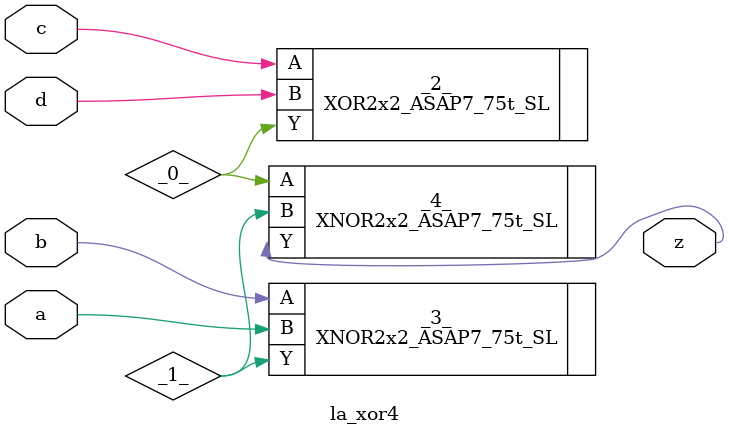
<source format=v>

/* Generated by Yosys 0.37 (git sha1 a5c7f69ed, clang 14.0.0-1ubuntu1.1 -fPIC -Os) */

module la_xor4(a, b, c, d, z);
  wire _0_;
  wire _1_;
  input a;
  wire a;
  input b;
  wire b;
  input c;
  wire c;
  input d;
  wire d;
  output z;
  wire z;
  XOR2x2_ASAP7_75t_SL _2_ (
    .A(c),
    .B(d),
    .Y(_0_)
  );
  XNOR2x2_ASAP7_75t_SL _3_ (
    .A(b),
    .B(a),
    .Y(_1_)
  );
  XNOR2x2_ASAP7_75t_SL _4_ (
    .A(_0_),
    .B(_1_),
    .Y(z)
  );
endmodule

</source>
